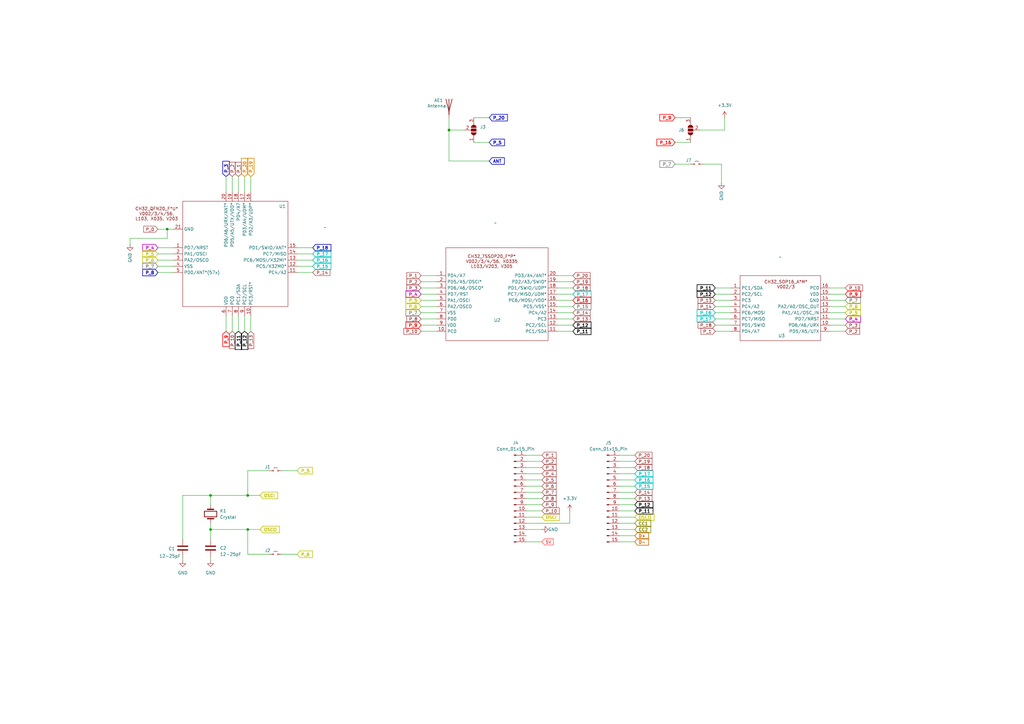
<source format=kicad_sch>
(kicad_sch (version 20250114) (generator "eeschema") (generator_version "9.0")
  (paper "A3")
  (lib_symbols
    (symbol "Connector:Conn_01x15_Pin" (pin_names (offset 1.016) (hide yes))
      (property "Reference" "J" (at 0 20.32 0))
      (property "Value" "Conn_01x15_Pin" (at 0 -20.32 0))
      (symbol "Conn_01x15_Pin_1_1"
        (rectangle (start 0.8636 17.907) (end 0 17.653) (stroke (width 0.1524)) (fill (type outline)))
        (rectangle (start 0.8636 15.367) (end 0 15.113) (stroke (width 0.1524)) (fill (type outline)))
        (rectangle (start 0.8636 12.827) (end 0 12.573) (stroke (width 0.1524)) (fill (type outline)))
        (rectangle (start 0.8636 10.287) (end 0 10.033) (stroke (width 0.1524)) (fill (type outline)))
        (rectangle (start 0.8636 7.747) (end 0 7.493) (stroke (width 0.1524)) (fill (type outline)))
        (rectangle (start 0.8636 5.207) (end 0 4.953) (stroke (width 0.1524)) (fill (type outline)))
        (rectangle (start 0.8636 2.667) (end 0 2.413) (stroke (width 0.1524)) (fill (type outline)))
        (rectangle (start 0.8636 0.127) (end 0 -0.127) (stroke (width 0.1524)) (fill (type outline)))
        (rectangle (start 0.8636 -2.413) (end 0 -2.667) (stroke (width 0.1524)) (fill (type outline)))
        (rectangle (start 0.8636 -4.953) (end 0 -5.207) (stroke (width 0.1524)) (fill (type outline)))
        (rectangle (start 0.8636 -7.493) (end 0 -7.747) (stroke (width 0.1524)) (fill (type outline)))
        (rectangle (start 0.8636 -10.033) (end 0 -10.287) (stroke (width 0.1524)) (fill (type outline)))
        (rectangle (start 0.8636 -12.573) (end 0 -12.827) (stroke (width 0.1524)) (fill (type outline)))
        (rectangle (start 0.8636 -15.113) (end 0 -15.367) (stroke (width 0.1524)) (fill (type outline)))
        (rectangle (start 0.8636 -17.653) (end 0 -17.907) (stroke (width 0.1524)) (fill (type outline)))
        (polyline (pts (xy 1.27 17.78) (xy 0.8636 17.78)) (stroke (width 0.1524)))
        (polyline (pts (xy 1.27 15.24) (xy 0.8636 15.24)) (stroke (width 0.1524)))
        (polyline (pts (xy 1.27 12.7) (xy 0.8636 12.7)) (stroke (width 0.1524)))
        (polyline (pts (xy 1.27 10.16) (xy 0.8636 10.16)) (stroke (width 0.1524)))
        (polyline (pts (xy 1.27 7.62) (xy 0.8636 7.62)) (stroke (width 0.1524)))
        (polyline (pts (xy 1.27 5.08) (xy 0.8636 5.08)) (stroke (width 0.1524)))
        (polyline (pts (xy 1.27 2.54) (xy 0.8636 2.54)) (stroke (width 0.1524)))
        (polyline (pts (xy 1.27 0) (xy 0.8636 0)) (stroke (width 0.1524)))
        (polyline (pts (xy 1.27 -2.54) (xy 0.8636 -2.54)) (stroke (width 0.1524)))
        (polyline (pts (xy 1.27 -5.08) (xy 0.8636 -5.08)) (stroke (width 0.1524)))
        (polyline (pts (xy 1.27 -7.62) (xy 0.8636 -7.62)) (stroke (width 0.1524)))
        (polyline (pts (xy 1.27 -10.16) (xy 0.8636 -10.16)) (stroke (width 0.1524)))
        (polyline (pts (xy 1.27 -12.7) (xy 0.8636 -12.7)) (stroke (width 0.1524)))
        (polyline (pts (xy 1.27 -15.24) (xy 0.8636 -15.24)) (stroke (width 0.1524)))
        (polyline (pts (xy 1.27 -17.78) (xy 0.8636 -17.78)) (stroke (width 0.1524)))
        (pin passive line (at 5.08 17.78 180) (length 3.81) (name "Pin_1") (number "1"))
        (pin passive line (at 5.08 15.24 180) (length 3.81) (name "Pin_2") (number "2"))
        (pin passive line (at 5.08 12.7 180) (length 3.81) (name "Pin_3") (number "3"))
        (pin passive line (at 5.08 10.16 180) (length 3.81) (name "Pin_4") (number "4"))
        (pin passive line (at 5.08 7.62 180) (length 3.81) (name "Pin_5") (number "5"))
        (pin passive line (at 5.08 5.08 180) (length 3.81) (name "Pin_6") (number "6"))
        (pin passive line (at 5.08 2.54 180) (length 3.81) (name "Pin_7") (number "7"))
        (pin passive line (at 5.08 0 180) (length 3.81) (name "Pin_8") (number "8"))
        (pin passive line (at 5.08 -2.54 180) (length 3.81) (name "Pin_9") (number "9"))
        (pin passive line (at 5.08 -5.08 180) (length 3.81) (name "Pin_10") (number "10"))
        (pin passive line (at 5.08 -7.62 180) (length 3.81) (name "Pin_11") (number "11"))
        (pin passive line (at 5.08 -10.16 180) (length 3.81) (name "Pin_12") (number "12"))
        (pin passive line (at 5.08 -12.7 180) (length 3.81) (name "Pin_13") (number "13"))
        (pin passive line (at 5.08 -15.24 180) (length 3.81) (name "Pin_14") (number "14"))
        (pin passive line (at 5.08 -17.78 180) (length 3.81) (name "Pin_15") (number "15"))
      )
    )
    (symbol "Device:Antenna" (pin_numbers (hide yes)) (pin_names (offset 1.016) (hide yes))
      (property "Reference" "AE" (at -1.905 1.905 0))
      (property "Value" "Antenna" (at -1.905 0 0))
      (symbol "Antenna_0_1"
        (polyline (pts (xy 0 2.54) (xy 0 -3.81)) (stroke (width 0.254)))
        (polyline (pts (xy 1.27 2.54) (xy 0 -2.54) (xy -1.27 2.54)) (stroke (width 0.254)))
      )
      (symbol "Antenna_1_1"
        (pin input line (at 0 -5.08 90) (length 2.54) (name "A") (number "1"))
      )
    )
    (symbol "Device:C" (pin_numbers (hide yes)) (pin_names (offset 0.254))
      (property "Reference" "C" (at 0.635 2.54 0))
      (property "Value" "C" (at 0.635 -2.54 0))
      (symbol "C_0_1"
        (polyline (pts (xy -2.032 0.762) (xy 2.032 0.762)) (stroke (width 0.508)))
        (polyline (pts (xy -2.032 -0.762) (xy 2.032 -0.762)) (stroke (width 0.508)))
      )
      (symbol "C_1_1"
        (pin passive line (at 0 3.81 270) (length 2.794) (name "~") (number "1"))
        (pin passive line (at 0 -3.81 90) (length 2.794) (name "~") (number "2"))
      )
    )
    (symbol "Device:Crystal" (pin_numbers (hide yes)) (pin_names (offset 1.016) (hide yes))
      (property "Reference" "Y" (at 0 3.81 0))
      (property "Value" "Crystal" (at 0 -3.81 0))
      (symbol "Crystal_0_1"
        (polyline (pts (xy -2.54 0) (xy -1.905 0)))
        (polyline (pts (xy -1.905 -1.27) (xy -1.905 1.27)) (stroke (width 0.508)))
        (rectangle (start -1.143 2.54) (end 1.143 -2.54) (stroke (width 0.3048)))
        (polyline (pts (xy 1.905 -1.27) (xy 1.905 1.27)) (stroke (width 0.508)))
        (polyline (pts (xy 2.54 0) (xy 1.905 0)))
      )
      (symbol "Crystal_1_1"
        (pin passive line (at -3.81 0 0) (length 1.27) (name "1") (number "1"))
        (pin passive line (at 3.81 0 180) (length 1.27) (name "2") (number "2"))
      )
    )
    (symbol "GND_1" (power) (pin_numbers (hide yes)) (pin_names (offset 0) (hide yes))
      (property "Value" "GND" (at 0 -3.81 0))
      (symbol "GND_1_0_1"
        (polyline (pts (xy 0 0) (xy 0 -1.27) (xy 1.27 -1.27) (xy 0 -2.54) (xy -1.27 -1.27) (xy 0 -1.27)))
      )
      (symbol "GND_1_1_1"
        (pin power_in line (at 0 0 270) (length 0) (name "~") (number "1"))
      )
    )
    (symbol "IOT-Mess:CH32_QFN20_F*U*"
      (property "Reference" "U" (at -1.524 -7.874 0))
      (symbol "CH32_QFN20_F*U*_0_1"
        (rectangle (start -22.86 21.5899) (end 20.32 -21.59))
      )
      (symbol "CH32_QFN20_F*U*_1_1"
        (text "CH32_QFN20_F*U*\nV002/3/4/56,\nL103, X035, V203\n" (at -33.528 16.51 0) (effects (font (size 1.27 1.27))))
        (pin input line (at -26.67 10.16 0) (length 3.81) (name "GND") (number "21"))
        (pin bidirectional line (at -26.67 2.54 0) (length 3.81) (name "PD7/NRST") (number "1"))
        (pin bidirectional line (at -26.67 0 0) (length 3.81) (name "PA1/OSCI") (number "2"))
        (pin bidirectional line (at -26.67 -2.54 0) (length 3.81) (name "PA2/OSCO") (number "3"))
        (pin bidirectional line (at -26.67 -5.08 0) (length 3.81) (name "VSS") (number "4"))
        (pin bidirectional line (at -26.67 -7.62 0) (length 3.81) (name "PD0/ANT*(57x)") (number "5"))
        (pin bidirectional line (at -5.08 25.4 270) (length 3.81) (name "PD6/A6/URX/ANT*") (number "20"))
        (pin bidirectional line (at -5.08 -25.4 90) (length 3.81) (name "VDD") (number "6"))
        (pin bidirectional line (at -2.54 25.4 270) (length 3.81) (name "PD5/A5/UTX/VDD*") (number "19"))
        (pin bidirectional line (at -2.54 -25.4 90) (length 3.81) (name "PC0") (number "7"))
        (pin bidirectional line (at 0 25.4 270) (length 3.81) (name "PD4/A7") (number "18"))
        (pin bidirectional line (at 0 -25.4 90) (length 3.81) (name "PC1/SDA") (number "8"))
        (pin bidirectional line (at 2.54 25.4 270) (length 3.81) (name "PD3/A4/UDM*") (number "17"))
        (pin bidirectional line (at 2.54 -25.4 90) (length 3.81) (name "PC2/SCL") (number "9"))
        (pin bidirectional line (at 5.08 25.4 270) (length 3.81) (name "PD2/A3/UDP*") (number "16"))
        (pin bidirectional line (at 5.08 -25.4 90) (length 3.81) (name "PC3/RST*") (number "10"))
        (pin bidirectional line (at 24.13 2.54 180) (length 3.81) (name "PD1/SWIO/ANT*") (number "15"))
        (pin bidirectional line (at 24.13 0 180) (length 3.81) (name "PC7/MISO") (number "14"))
        (pin bidirectional line (at 24.13 -2.54 180) (length 3.81) (name "PC6/MOSI/X32MI*") (number "13"))
        (pin bidirectional line (at 24.13 -5.08 180) (length 3.81) (name "PC5/X32MO*") (number "12"))
        (pin bidirectional line (at 24.13 -7.62 180) (length 3.81) (name "PC4/A2") (number "11"))
      )
    )
    (symbol "IOT-Mess:CH32_SOP16_A*M*"
      (property "Reference" "U" (at -0.254 -11.938 0))
      (symbol "CH32_SOP16_A*M*_0_1"
        (rectangle (start -16.51 12.6999) (end 16.51 -13.97))
      )
      (symbol "CH32_SOP16_A*M*_1_1"
        (text "CH32_SOP16_A*M*\nV002/3\n" (at 2.286 9.144 0) (effects (font (size 1.27 1.27))))
        (pin bidirectional line (at -20.32 7.62 0) (length 3.81) (name "PC1/SDA") (number "1"))
        (pin bidirectional line (at -20.32 5.08 0) (length 3.81) (name "PC2/SCL") (number "2"))
        (pin bidirectional line (at -20.32 2.54 0) (length 3.81) (name "PC3") (number "3"))
        (pin bidirectional line (at -20.32 0 0) (length 3.81) (name "PC4/A2") (number "4"))
        (pin bidirectional line (at -20.32 -2.54 0) (length 3.81) (name "PC6/MOSI") (number "5"))
        (pin bidirectional line (at -20.32 -5.08 0) (length 3.81) (name "PC7/MISO") (number "6"))
        (pin bidirectional line (at -20.32 -7.62 0) (length 3.81) (name "PD1/SWIO") (number "7"))
        (pin bidirectional line (at -20.32 -10.16 0) (length 3.81) (name "PD4/A7") (number "8"))
        (pin bidirectional line (at 20.32 7.62 180) (length 3.81) (name "PC0") (number "16"))
        (pin bidirectional line (at 20.32 5.08 180) (length 3.81) (name "VDD") (number "15"))
        (pin bidirectional line (at 20.32 2.54 180) (length 3.81) (name "GND") (number "14"))
        (pin bidirectional line (at 20.32 0 180) (length 3.81) (name "PA2/A0/OSC_OUT") (number "13"))
        (pin bidirectional line (at 20.32 -2.54 180) (length 3.81) (name "PA1/A1/OSC_IN") (number "12"))
        (pin bidirectional line (at 20.32 -5.08 180) (length 3.81) (name "PD7/NRST") (number "11"))
        (pin bidirectional line (at 20.32 -7.62 180) (length 3.81) (name "PD6/A6/URX") (number "10"))
        (pin bidirectional line (at 20.32 -10.16 180) (length 3.81) (name "PD5/A5/UTX") (number "9"))
      )
    )
    (symbol "IOT-Mess:CH32_TSSOP20_F*P*"
      (property "Reference" "U" (at 14.732 15.748 0))
      (symbol "CH32_TSSOP20_F*P*_0_1"
        (rectangle (start -20.32 19.0499) (end 21.59 -19.05))
      )
      (symbol "CH32_TSSOP20_F*P*_1_1"
        (text "CH32_TSSOP20_F*P*\nV002/3/4/56, X0335\nL103/V203, V305\n" (at -1.524 13.462 0) (effects (font (size 1.27 1.27))))
        (pin bidirectional line (at -24.13 7.62 0) (length 3.81) (name "PD4/A7") (number "1"))
        (pin bidirectional line (at -24.13 5.08 0) (length 3.81) (name "PD5/A5/OSCI*") (number "2"))
        (pin bidirectional line (at -24.13 2.54 0) (length 3.81) (name "PD6/A6/OSCO*") (number "3"))
        (pin bidirectional line (at -24.13 0 0) (length 3.81) (name "PD7/RST") (number "4"))
        (pin bidirectional line (at -24.13 -2.54 0) (length 3.81) (name "PA1/OSCI") (number "5"))
        (pin bidirectional line (at -24.13 -5.08 0) (length 3.81) (name "PA2/OSCO") (number "6"))
        (pin bidirectional line (at -24.13 -7.62 0) (length 3.81) (name "VSS") (number "7"))
        (pin bidirectional line (at -24.13 -10.16 0) (length 3.81) (name "PD0") (number "8"))
        (pin bidirectional line (at -24.13 -12.7 0) (length 3.81) (name "VDD") (number "9"))
        (pin bidirectional line (at -24.13 -15.24 0) (length 3.81) (name "PC0") (number "10"))
        (pin bidirectional line (at 25.4 7.62 180) (length 3.81) (name "PD3/A4/ANT*") (number "20"))
        (pin bidirectional line (at 25.4 5.08 180) (length 3.81) (name "PD2/A3/SWIO*") (number "19"))
        (pin bidirectional line (at 25.4 2.54 180) (length 3.81) (name "PD1/SWIO/UDP*") (number "18"))
        (pin bidirectional line (at 25.4 0 180) (length 3.81) (name "PC7/MISO/UDM*") (number "17"))
        (pin bidirectional line (at 25.4 -2.54 180) (length 3.81) (name "PC6/MOSI/VDD*") (number "16"))
        (pin bidirectional line (at 25.4 -5.08 180) (length 3.81) (name "PC5/VSS*") (number "15"))
        (pin bidirectional line (at 25.4 -7.62 180) (length 3.81) (name "PC4/A2") (number "14"))
        (pin bidirectional line (at 25.4 -10.16 180) (length 3.81) (name "PC3") (number "13"))
        (pin bidirectional line (at 25.4 -12.7 180) (length 3.81) (name "PC2/SCL") (number "12"))
        (pin bidirectional line (at 25.4 -15.24 180) (length 3.81) (name "PC1/SDA") (number "11"))
      )
    )
    (symbol "Jumper:Jumper_2_Small_Open" (pin_numbers (hide yes)) (pin_names (offset 0) (hide yes))
      (property "Reference" "JP" (at 0 2.794 0))
      (property "Value" "Jumper_2_Small_Open" (at 0 -2.286 0))
      (symbol "Jumper_2_Small_Open_0_0"
        (circle (center -1.016 0) (radius 0.254))
        (circle (center 1.016 0) (radius 0.254))
      )
      (symbol "Jumper_2_Small_Open_0_1"
        (arc (start -0.762 1.0196) (mid 0 1.2729) (end 0.762 1.0196))
      )
      (symbol "Jumper_2_Small_Open_1_1"
        (pin passive line (at -2.54 0 0) (length 1.27) (name "A") (number "1"))
        (pin passive line (at 2.54 0 180) (length 1.27) (name "B") (number "2"))
      )
    )
    (symbol "Jumper:SolderJumper_3_Open" (pin_names (offset 0) (hide yes)) (in_bom no)
      (property "Reference" "JP" (at -2.54 -2.54 0))
      (property "Value" "SolderJumper_3_Open" (at 0 2.794 0))
      (symbol "SolderJumper_3_Open_0_1"
        (polyline (pts (xy -2.54 0) (xy -2.032 0)))
        (polyline (pts (xy -1.016 1.016) (xy -1.016 -1.016)))
        (arc (start -1.016 -1.016) (mid -2.0276 0) (end -1.016 1.016))
        (arc (start -1.016 -1.016) (mid -2.0276 0) (end -1.016 1.016) (fill (type outline)))
        (rectangle (start -0.508 1.016) (end 0.508 -1.016) (fill (type outline)))
        (polyline (pts (xy 0 -1.27) (xy 0 -1.016)))
        (arc (start 1.016 1.016) (mid 2.0276 0) (end 1.016 -1.016))
        (arc (start 1.016 1.016) (mid 2.0276 0) (end 1.016 -1.016) (fill (type outline)))
        (polyline (pts (xy 1.016 1.016) (xy 1.016 -1.016)))
        (polyline (pts (xy 2.54 0) (xy 2.032 0)))
      )
      (symbol "SolderJumper_3_Open_1_1"
        (pin passive line (at -5.08 0 0) (length 2.54) (name "A") (number "1"))
        (pin passive line (at 0 -3.81 90) (length 2.54) (name "C") (number "2"))
        (pin passive line (at 5.08 0 180) (length 2.54) (name "B") (number "3"))
      )
    )
    (symbol "power:+3.3V" (power) (pin_numbers (hide yes)) (pin_names (offset 0) (hide yes))
      (property "Value" "+3.3V" (at 0 3.556 0))
      (symbol "+3.3V_0_1"
        (polyline (pts (xy -0.762 1.27) (xy 0 2.54)))
        (polyline (pts (xy 0 2.54) (xy 0.762 1.27)))
        (polyline (pts (xy 0 0) (xy 0 2.54)))
      )
      (symbol "+3.3V_1_1"
        (pin power_in line (at 0 0 90) (length 0) (name "~") (number "1"))
      )
    )
  )
  (junction (at 101.6 217.17))
  (junction (at 101.6 203.2))
  (junction (at 68.58 93.98))
  (junction (at 86.36 203.2))
  (junction (at 86.36 217.17))
  (junction (at 184.15 53.34))
  (wire (pts (xy 71.12 106.68) (xy 64.77 106.68)))
  (wire (pts (xy 100.33 78.74) (xy 100.33 72.39)))
  (wire (pts (xy 287.02 53.34) (xy 297.18 53.34)))
  (wire (pts (xy 228.6 123.19) (xy 234.95 123.19)))
  (wire (pts (xy 340.36 135.89) (xy 346.71 135.89)))
  (wire (pts (xy 184.15 66.04) (xy 200.66 66.04)))
  (wire (pts (xy 228.6 115.57) (xy 234.95 115.57)))
  (wire (pts (xy 222.25 217.17) (xy 215.9 217.17)))
  (wire (pts (xy 222.25 201.93) (xy 215.9 201.93)))
  (wire (pts (xy 299.72 135.89) (xy 293.37 135.89)))
  (wire (pts (xy 53.34 97.79) (xy 53.34 100.33)))
  (wire (pts (xy 260.35 191.77) (xy 254 191.77)))
  (wire (pts (xy 121.92 101.6) (xy 128.27 101.6)))
  (wire (pts (xy 228.6 125.73) (xy 234.95 125.73)))
  (wire (pts (xy 228.6 133.35) (xy 234.95 133.35)))
  (wire (pts (xy 64.77 93.98) (xy 68.58 93.98)))
  (wire (pts (xy 95.25 135.89) (xy 95.25 129.54)))
  (wire (pts (xy 340.36 128.27) (xy 346.71 128.27)))
  (wire (pts (xy 86.36 214.63) (xy 86.36 217.17)))
  (wire (pts (xy 184.15 66.04) (xy 184.15 53.34)))
  (wire (pts (xy 97.79 78.74) (xy 97.79 72.39)))
  (wire (pts (xy 228.6 118.11) (xy 234.95 118.11)))
  (wire (pts (xy 299.72 133.35) (xy 293.37 133.35)))
  (wire (pts (xy 228.6 130.81) (xy 234.95 130.81)))
  (wire (pts (xy 222.25 222.25) (xy 215.9 222.25)))
  (wire (pts (xy 293.37 118.11) (xy 299.72 118.11)))
  (wire (pts (xy 179.07 115.57) (xy 172.72 115.57)))
  (wire (pts (xy 299.72 125.73) (xy 293.37 125.73)))
  (wire (pts (xy 172.72 133.35) (xy 179.07 133.35)))
  (wire (pts (xy 86.36 203.2) (xy 86.36 207.01)))
  (wire (pts (xy 121.92 106.68) (xy 128.27 106.68)))
  (wire (pts (xy 293.37 130.81) (xy 299.72 130.81)))
  (wire (pts (xy 254 212.09) (xy 260.35 212.09)))
  (wire (pts (xy 102.87 78.74) (xy 102.87 72.39)))
  (wire (pts (xy 86.36 217.17) (xy 101.6 217.17)))
  (wire (pts (xy 260.35 189.23) (xy 254 189.23)))
  (wire (pts (xy 194.31 48.26) (xy 200.66 48.26)))
  (wire (pts (xy 340.36 125.73) (xy 346.71 125.73)))
  (wire (pts (xy 100.33 135.89) (xy 100.33 129.54)))
  (wire (pts (xy 260.35 194.31) (xy 254 194.31)))
  (wire (pts (xy 121.92 104.14) (xy 128.27 104.14)))
  (wire (pts (xy 295.91 67.31) (xy 295.91 74.93)))
  (wire (pts (xy 184.15 53.34) (xy 190.5 53.34)))
  (wire (pts (xy 254 217.17) (xy 260.35 217.17)))
  (wire (pts (xy 179.07 120.65) (xy 172.72 120.65)))
  (wire (pts (xy 222.25 207.01) (xy 215.9 207.01)))
  (wire (pts (xy 179.07 123.19) (xy 172.72 123.19)))
  (wire (pts (xy 299.72 120.65) (xy 293.37 120.65)))
  (wire (pts (xy 228.6 120.65) (xy 234.95 120.65)))
  (wire (pts (xy 110.49 227.33) (xy 101.6 227.33)))
  (wire (pts (xy 260.35 196.85) (xy 254 196.85)))
  (wire (pts (xy 260.35 186.69) (xy 254 186.69)))
  (wire (pts (xy 86.36 228.6) (xy 86.36 229.87)))
  (wire (pts (xy 194.31 58.42) (xy 200.66 58.42)))
  (wire (pts (xy 260.35 199.39) (xy 254 199.39)))
  (wire (pts (xy 179.07 130.81) (xy 172.72 130.81)))
  (wire (pts (xy 179.07 113.03) (xy 172.72 113.03)))
  (wire (pts (xy 254 222.25) (xy 260.35 222.25)))
  (wire (pts (xy 179.07 128.27) (xy 172.72 128.27)))
  (wire (pts (xy 222.25 189.23) (xy 215.9 189.23)))
  (wire (pts (xy 260.35 209.55) (xy 254 209.55)))
  (wire (pts (xy 86.36 203.2) (xy 101.6 203.2)))
  (wire (pts (xy 340.36 123.19) (xy 346.71 123.19)))
  (wire (pts (xy 222.25 199.39) (xy 215.9 199.39)))
  (wire (pts (xy 95.25 72.39) (xy 95.25 78.74)))
  (wire (pts (xy 299.72 123.19) (xy 293.37 123.19)))
  (wire (pts (xy 215.9 214.63) (xy 233.68 214.63)))
  (wire (pts (xy 276.86 58.42) (xy 283.21 58.42)))
  (wire (pts (xy 179.07 118.11) (xy 172.72 118.11)))
  (wire (pts (xy 215.9 212.09) (xy 222.25 212.09)))
  (wire (pts (xy 97.79 135.89) (xy 97.79 129.54)))
  (wire (pts (xy 74.93 220.98) (xy 74.93 203.2)))
  (wire (pts (xy 222.25 209.55) (xy 215.9 209.55)))
  (wire (pts (xy 179.07 125.73) (xy 172.72 125.73)))
  (wire (pts (xy 222.25 186.69) (xy 215.9 186.69)))
  (wire (pts (xy 179.07 135.89) (xy 172.72 135.89)))
  (wire (pts (xy 233.68 209.55) (xy 233.68 214.63)))
  (wire (pts (xy 340.36 133.35) (xy 346.71 133.35)))
  (wire (pts (xy 340.36 118.11) (xy 346.71 118.11)))
  (wire (pts (xy 260.35 207.01) (xy 254 207.01)))
  (wire (pts (xy 101.6 227.33) (xy 101.6 217.17)))
  (wire (pts (xy 299.72 128.27) (xy 293.37 128.27)))
  (wire (pts (xy 92.71 135.89) (xy 92.71 129.54)))
  (wire (pts (xy 254 219.71) (xy 260.35 219.71)))
  (wire (pts (xy 222.25 196.85) (xy 215.9 196.85)))
  (wire (pts (xy 71.12 111.76) (xy 64.77 111.76)))
  (wire (pts (xy 110.49 193.04) (xy 101.6 193.04)))
  (wire (pts (xy 340.36 120.65) (xy 346.71 120.65)))
  (wire (pts (xy 53.34 97.79) (xy 68.58 97.79)))
  (wire (pts (xy 92.71 78.74) (xy 92.71 72.39)))
  (wire (pts (xy 102.87 135.89) (xy 102.87 129.54)))
  (wire (pts (xy 340.36 130.81) (xy 346.71 130.81)))
  (wire (pts (xy 184.15 53.34) (xy 184.15 48.26)))
  (wire (pts (xy 254 214.63) (xy 260.35 214.63)))
  (wire (pts (xy 228.6 128.27) (xy 234.95 128.27)))
  (wire (pts (xy 297.18 48.26) (xy 297.18 53.34)))
  (wire (pts (xy 86.36 217.17) (xy 86.36 220.98)))
  (wire (pts (xy 222.25 204.47) (xy 215.9 204.47)))
  (wire (pts (xy 288.29 67.31) (xy 295.91 67.31)))
  (wire (pts (xy 101.6 203.2) (xy 106.68 203.2)))
  (wire (pts (xy 260.35 201.93) (xy 254 201.93)))
  (wire (pts (xy 74.93 228.6) (xy 74.93 229.87)))
  (wire (pts (xy 71.12 109.22) (xy 64.77 109.22)))
  (wire (pts (xy 71.12 101.6) (xy 64.77 101.6)))
  (wire (pts (xy 228.6 135.89) (xy 234.95 135.89)))
  (wire (pts (xy 101.6 193.04) (xy 101.6 203.2)))
  (wire (pts (xy 115.57 227.33) (xy 121.92 227.33)))
  (wire (pts (xy 260.35 204.47) (xy 254 204.47)))
  (wire (pts (xy 68.58 93.98) (xy 71.12 93.98)))
  (wire (pts (xy 222.25 194.31) (xy 215.9 194.31)))
  (wire (pts (xy 121.92 109.22) (xy 128.27 109.22)))
  (wire (pts (xy 101.6 217.17) (xy 106.68 217.17)))
  (wire (pts (xy 276.86 48.26) (xy 283.21 48.26)))
  (wire (pts (xy 71.12 104.14) (xy 64.77 104.14)))
  (wire (pts (xy 222.25 191.77) (xy 215.9 191.77)))
  (wire (pts (xy 228.6 113.03) (xy 234.95 113.03)))
  (wire (pts (xy 121.92 111.76) (xy 128.27 111.76)))
  (wire (pts (xy 74.93 203.2) (xy 86.36 203.2)))
  (wire (pts (xy 276.86 67.31) (xy 283.21 67.31)))
  (wire (pts (xy 68.58 97.79) (xy 68.58 93.98)))
  (wire (pts (xy 115.57 193.04) (xy 121.92 193.04)))
  (global_label "ANT" (shape input) (at 200.66 66.04 0) (effects (font (thickness 0.254) (bold yes))) (property "Intersheetrefs" "${INTERSHEET_REFS}" (effects (hide yes))))
  (global_label "P_0" (shape input) (at 64.77 93.98 180) (property "Intersheetrefs" "${INTERSHEET_REFS}" (effects (hide yes))))
  (global_label "P_16" (shape input) (at 128.27 106.68 0) (effects (font (thickness 0.254) (bold yes))) (property "Intersheetrefs" "${INTERSHEET_REFS}" (effects (hide yes))))
  (global_label "P_4" (shape input) (at 64.77 101.6 180) (effects (font (thickness 0.254) (bold yes))) (property "Intersheetrefs" "${INTERSHEET_REFS}" (effects (hide yes))))
  (global_label "P_1" (shape input) (at 222.25 186.69 0) (property "Intersheetrefs" "${INTERSHEET_REFS}" (effects (hide yes))))
  (global_label "P_16" (shape input) (at 260.35 196.85 0) (effects (font (thickness 0.254) (bold yes))) (property "Intersheetrefs" "${INTERSHEET_REFS}" (effects (hide yes))))
  (global_label "P_4" (shape input) (at 172.72 120.65 180) (effects (font (thickness 0.254) (bold yes))) (property "Intersheetrefs" "${INTERSHEET_REFS}" (effects (hide yes))))
  (global_label "P_20" (shape input) (at 260.35 186.69 0) (property "Intersheetrefs" "${INTERSHEET_REFS}" (effects (hide yes))))
  (global_label "P_16" (shape input) (at 234.95 123.19 0) (effects (font (thickness 0.254) (bold yes))) (property "Intersheetrefs" "${INTERSHEET_REFS}" (effects (hide yes))))
  (global_label "P_13" (shape input) (at 102.87 135.89 270) (effects (font (thickness 0.1588))) (property "Intersheetrefs" "${INTERSHEET_REFS}" (effects (hide yes))))
  (global_label "P_10" (shape input) (at 222.25 209.55 0) (property "Intersheetrefs" "${INTERSHEET_REFS}" (effects (hide yes))))
  (global_label "OSCO" (shape input) (at 260.35 212.09 0) (effects (font (thickness 0.254) (bold yes))) (property "Intersheetrefs" "${INTERSHEET_REFS}" (effects (hide yes))))
  (global_label "OSCI" (shape input) (at 222.25 212.09 0) (effects (font (thickness 0.254) (bold yes))) (property "Intersheetrefs" "${INTERSHEET_REFS}" (effects (hide yes))))
  (global_label "P_2" (shape input) (at 172.72 115.57 180) (effects (font (thickness 0.1588))) (property "Intersheetrefs" "${INTERSHEET_REFS}" (effects (hide yes))))
  (global_label "P_11" (shape input) (at 260.35 209.55 0) (effects (font (thickness 0.254) (bold yes))) (property "Intersheetrefs" "${INTERSHEET_REFS}" (effects (hide yes))))
  (global_label "P_17" (shape input) (at 293.37 130.81 180) (effects (font (thickness 0.254) (bold yes))) (property "Intersheetrefs" "${INTERSHEET_REFS}" (effects (hide yes))))
  (global_label "P_12" (shape input) (at 293.37 120.65 180) (effects (font (thickness 0.254) (bold yes))) (property "Intersheetrefs" "${INTERSHEET_REFS}" (effects (hide yes))))
  (global_label "P_6" (shape input) (at 172.72 125.73 180) (effects (font (thickness 0.254) (bold yes))) (property "Intersheetrefs" "${INTERSHEET_REFS}" (effects (hide yes))))
  (global_label "P_6" (shape input) (at 64.77 106.68 180) (effects (font (thickness 0.254) (bold yes))) (property "Intersheetrefs" "${INTERSHEET_REFS}" (effects (hide yes))))
  (global_label "P_19" (shape input) (at 260.35 189.23 0) (effects (font (thickness 0.1588))) (property "Intersheetrefs" "${INTERSHEET_REFS}" (effects (hide yes))))
  (global_label "P_9" (shape input) (at 346.71 120.65 0) (effects (font (thickness 0.254) (bold yes))) (property "Intersheetrefs" "${INTERSHEET_REFS}" (effects (hide yes))))
  (global_label "P_8" (shape input) (at 64.77 111.76 180) (effects (font (thickness 0.254) (bold yes))) (property "Intersheetrefs" "${INTERSHEET_REFS}" (effects (hide yes))))
  (global_label "P_7" (shape input) (at 172.72 128.27 180) (effects (font (thickness 0.254) (bold yes))) (property "Intersheetrefs" "${INTERSHEET_REFS}" (effects (hide yes))))
  (global_label "P_11" (shape input) (at 234.95 135.89 0) (effects (font (thickness 0.254) (bold yes))) (property "Intersheetrefs" "${INTERSHEET_REFS}" (effects (hide yes))))
  (global_label "P_2" (shape input) (at 222.25 189.23 0) (property "Intersheetrefs" "${INTERSHEET_REFS}" (effects (hide yes))))
  (global_label "P_6" (shape input) (at 121.92 227.33 0) (effects (font (thickness 0.254) (bold yes))) (property "Intersheetrefs" "${INTERSHEET_REFS}" (effects (hide yes))))
  (global_label "P_16" (shape input) (at 276.86 58.42 180) (effects (font (thickness 0.254) (bold yes))) (property "Intersheetrefs" "${INTERSHEET_REFS}" (effects (hide yes))))
  (global_label "P_6" (shape input) (at 222.25 199.39 0) (property "Intersheetrefs" "${INTERSHEET_REFS}" (effects (hide yes))))
  (global_label "P_5" (shape input) (at 222.25 196.85 0) (property "Intersheetrefs" "${INTERSHEET_REFS}" (effects (hide yes))))
  (global_label "P_9" (shape input) (at 276.86 48.26 180) (effects (font (thickness 0.254) (bold yes))) (property "Intersheetrefs" "${INTERSHEET_REFS}" (effects (hide yes))))
  (global_label "CC2" (shape input) (at 260.35 217.17 0) (effects (font (thickness 0.254) (bold yes))) (property "Intersheetrefs" "${INTERSHEET_REFS}" (effects (hide yes))))
  (global_label "P_10" (shape input) (at 346.71 118.11 0) (effects (font (thickness 0.1588))) (property "Intersheetrefs" "${INTERSHEET_REFS}" (effects (hide yes))))
  (global_label "P_11" (shape input) (at 293.37 118.11 180) (effects (font (thickness 0.254) (bold yes))) (property "Intersheetrefs" "${INTERSHEET_REFS}" (effects (hide yes))))
  (global_label "P_18" (shape input) (at 260.35 191.77 0) (property "Intersheetrefs" "${INTERSHEET_REFS}" (effects (hide yes))))
  (global_label "OSCI" (shape input) (at 106.68 203.2 0) (effects (font (thickness 0.254) (bold yes))) (property "Intersheetrefs" "${INTERSHEET_REFS}" (effects (hide yes))))
  (global_label "P_14" (shape input) (at 293.37 125.73 180) (effects (font (thickness 0.1588))) (property "Intersheetrefs" "${INTERSHEET_REFS}" (effects (hide yes))))
  (global_label "P_14" (shape input) (at 234.95 128.27 0) (effects (font (thickness 0.1588))) (property "Intersheetrefs" "${INTERSHEET_REFS}" (effects (hide yes))))
  (global_label "D+" (shape input) (at 260.35 219.71 0) (effects (font (thickness 0.254) (bold yes))) (property "Intersheetrefs" "${INTERSHEET_REFS}" (effects (hide yes))))
  (global_label "P_20" (shape input) (at 234.95 113.03 0) (effects (font (thickness 0.1588))) (property "Intersheetrefs" "${INTERSHEET_REFS}" (effects (hide yes))))
  (global_label "P_15" (shape input) (at 234.95 125.73 0) (effects (font (thickness 0.254) (bold yes))) (property "Intersheetrefs" "${INTERSHEET_REFS}" (effects (hide yes))))
  (global_label "P_13" (shape input) (at 234.95 130.81 0) (effects (font (thickness 0.1588))) (property "Intersheetrefs" "${INTERSHEET_REFS}" (effects (hide yes))))
  (global_label "P_10" (shape input) (at 172.72 135.89 180) (effects (font (thickness 0.1588))) (property "Intersheetrefs" "${INTERSHEET_REFS}" (effects (hide yes))))
  (global_label "P_3" (shape input) (at 172.72 118.11 180) (effects (font (thickness 0.1588))) (property "Intersheetrefs" "${INTERSHEET_REFS}" (effects (hide yes))))
  (global_label "P_8" (shape input) (at 222.25 204.47 0) (property "Intersheetrefs" "${INTERSHEET_REFS}" (effects (hide yes))))
  (global_label "P_13" (shape input) (at 260.35 204.47 0) (property "Intersheetrefs" "${INTERSHEET_REFS}" (effects (hide yes))))
  (global_label "P_5" (shape input) (at 121.92 193.04 0) (effects (font (thickness 0.254) (bold yes))) (property "Intersheetrefs" "${INTERSHEET_REFS}" (effects (hide yes))))
  (global_label "P_12" (shape input) (at 260.35 207.01 0) (effects (font (thickness 0.254) (bold yes))) (property "Intersheetrefs" "${INTERSHEET_REFS}" (effects (hide yes))))
  (global_label "P_20" (shape input) (at 200.66 48.26 0) (effects (font (thickness 0.254) (bold yes))) (property "Intersheetrefs" "${INTERSHEET_REFS}" (effects (hide yes))))
  (global_label "P_5" (shape input) (at 200.66 58.42 0) (effects (font (thickness 0.254) (bold yes))) (property "Intersheetrefs" "${INTERSHEET_REFS}" (effects (hide yes))))
  (global_label "P_4" (shape input) (at 346.71 130.81 0) (effects (font (thickness 0.254) (bold yes))) (property "Intersheetrefs" "${INTERSHEET_REFS}" (effects (hide yes))))
  (global_label "P_13" (shape input) (at 293.37 123.19 180) (effects (font (thickness 0.1588))) (property "Intersheetrefs" "${INTERSHEET_REFS}" (effects (hide yes))))
  (global_label "P_17" (shape input) (at 234.95 120.65 0) (effects (font (thickness 0.254) (bold yes))) (property "Intersheetrefs" "${INTERSHEET_REFS}" (effects (hide yes))))
  (global_label "P_1" (shape input) (at 97.79 72.39 90) (effects (font (thickness 0.1588))) (property "Intersheetrefs" "${INTERSHEET_REFS}" (effects (hide yes))))
  (global_label "P_17" (shape input) (at 260.35 194.31 0) (effects (font (thickness 0.254) (bold yes))) (property "Intersheetrefs" "${INTERSHEET_REFS}" (effects (hide yes))))
  (global_label "P_8" (shape input) (at 172.72 130.81 180) (effects (font (thickness 0.1588))) (property "Intersheetrefs" "${INTERSHEET_REFS}" (effects (hide yes))))
  (global_label "P_19" (shape input) (at 102.87 72.39 90) (effects (font (thickness 0.254) (bold yes))) (property "Intersheetrefs" "${INTERSHEET_REFS}" (effects (hide yes))))
  (global_label "P_15" (shape input) (at 260.35 199.39 0) (effects (font (thickness 0.254) (bold yes))) (property "Intersheetrefs" "${INTERSHEET_REFS}" (effects (hide yes))))
  (global_label "P_12" (shape input) (at 234.95 133.35 0) (effects (font (thickness 0.254) (bold yes))) (property "Intersheetrefs" "${INTERSHEET_REFS}" (effects (hide yes))))
  (global_label "P_1" (shape input) (at 172.72 113.03 180) (effects (font (thickness 0.1588))) (property "Intersheetrefs" "${INTERSHEET_REFS}" (effects (hide yes))))
  (global_label "P_1" (shape input) (at 293.37 135.89 180) (effects (font (thickness 0.1588))) (property "Intersheetrefs" "${INTERSHEET_REFS}" (effects (hide yes))))
  (global_label "P_5" (shape input) (at 172.72 123.19 180) (effects (font (thickness 0.254) (bold yes))) (property "Intersheetrefs" "${INTERSHEET_REFS}" (effects (hide yes))))
  (global_label "P_15" (shape input) (at 128.27 109.22 0) (effects (font (thickness 0.254) (bold yes))) (property "Intersheetrefs" "${INTERSHEET_REFS}" (effects (hide yes))))
  (global_label "P_18" (shape input) (at 128.27 101.6 0) (effects (font (thickness 0.254) (bold yes))) (property "Intersheetrefs" "${INTERSHEET_REFS}" (effects (hide yes))))
  (global_label "P_18" (shape input) (at 293.37 133.35 180) (effects (font (thickness 0.1588))) (property "Intersheetrefs" "${INTERSHEET_REFS}" (effects (hide yes))))
  (global_label "P_3" (shape input) (at 92.71 72.39 90) (effects (font (thickness 0.254) (bold yes))) (property "Intersheetrefs" "${INTERSHEET_REFS}" (effects (hide yes))))
  (global_label "P_5" (shape input) (at 346.71 128.27 0) (effects (font (thickness 0.254) (bold yes))) (property "Intersheetrefs" "${INTERSHEET_REFS}" (effects (hide yes))))
  (global_label "P_9" (shape input) (at 172.72 133.35 180) (effects (font (thickness 0.254) (bold yes))) (property "Intersheetrefs" "${INTERSHEET_REFS}" (effects (hide yes))))
  (global_label "CC1" (shape input) (at 260.35 214.63 0) (effects (font (thickness 0.254) (bold yes))) (property "Intersheetrefs" "${INTERSHEET_REFS}" (effects (hide yes))))
  (global_label "P_2" (shape input) (at 95.25 72.39 90) (effects (font (thickness 0.1588))) (property "Intersheetrefs" "${INTERSHEET_REFS}" (effects (hide yes))))
  (global_label "P_14" (shape input) (at 128.27 111.76 0) (effects (font (thickness 0.1588))) (property "Intersheetrefs" "${INTERSHEET_REFS}" (effects (hide yes))))
  (global_label "P_9" (shape input) (at 222.25 207.01 0) (property "Intersheetrefs" "${INTERSHEET_REFS}" (effects (hide yes))))
  (global_label "P_7" (shape input) (at 222.25 201.93 0) (property "Intersheetrefs" "${INTERSHEET_REFS}" (effects (hide yes))))
  (global_label "P_11" (shape input) (at 97.79 135.89 270) (effects (font (thickness 0.254) (bold yes))) (property "Intersheetrefs" "${INTERSHEET_REFS}" (effects (hide yes))))
  (global_label "P_9" (shape input) (at 92.71 135.89 270) (effects (font (thickness 0.254) (bold yes))) (property "Intersheetrefs" "${INTERSHEET_REFS}" (effects (hide yes))))
  (global_label "P_5" (shape input) (at 64.77 104.14 180) (effects (font (thickness 0.254) (bold yes))) (property "Intersheetrefs" "${INTERSHEET_REFS}" (effects (hide yes))))
  (global_label "P_12" (shape input) (at 100.33 135.89 270) (effects (font (thickness 0.254) (bold yes))) (property "Intersheetrefs" "${INTERSHEET_REFS}" (effects (hide yes))))
  (global_label "P_7" (shape input) (at 346.71 123.19 0) (effects (font (thickness 0.254) (bold yes))) (property "Intersheetrefs" "${INTERSHEET_REFS}" (effects (hide yes))))
  (global_label "P_7" (shape input) (at 64.77 109.22 180) (effects (font (thickness 0.254) (bold yes))) (property "Intersheetrefs" "${INTERSHEET_REFS}" (effects (hide yes))))
  (global_label "P_20" (shape input) (at 100.33 72.39 90) (effects (font (thickness 0.254) (bold yes))) (property "Intersheetrefs" "${INTERSHEET_REFS}" (effects (hide yes))))
  (global_label "P_6" (shape input) (at 346.71 125.73 0) (effects (font (thickness 0.254) (bold yes))) (property "Intersheetrefs" "${INTERSHEET_REFS}" (effects (hide yes))))
  (global_label "P_3" (shape input) (at 346.71 133.35 0) (effects (font (thickness 0.1588))) (property "Intersheetrefs" "${INTERSHEET_REFS}" (effects (hide yes))))
  (global_label "P_16" (shape input) (at 293.37 128.27 180) (effects (font (thickness 0.254) (bold yes))) (property "Intersheetrefs" "${INTERSHEET_REFS}" (effects (hide yes))))
  (global_label "D-" (shape input) (at 260.35 222.25 0) (effects (font (thickness 0.254) (bold yes))) (property "Intersheetrefs" "${INTERSHEET_REFS}" (effects (hide yes))))
  (global_label "OSCO" (shape input) (at 106.68 217.17 0) (effects (font (thickness 0.254) (bold yes))) (property "Intersheetrefs" "${INTERSHEET_REFS}" (effects (hide yes))))
  (global_label "P_18" (shape input) (at 234.95 118.11 0) (effects (font (thickness 0.1588))) (property "Intersheetrefs" "${INTERSHEET_REFS}" (effects (hide yes))))
  (global_label "P_7" (shape input) (at 276.86 67.31 180) (effects (font (thickness 0.254) (bold yes))) (property "Intersheetrefs" "${INTERSHEET_REFS}" (effects (hide yes))))
  (global_label "P_14" (shape input) (at 260.35 201.93 0) (property "Intersheetrefs" "${INTERSHEET_REFS}" (effects (hide yes))))
  (global_label "P_10" (shape input) (at 95.25 135.89 270) (effects (font (thickness 0.1588))) (property "Intersheetrefs" "${INTERSHEET_REFS}" (effects (hide yes))))
  (global_label "P_19" (shape input) (at 234.95 115.57 0) (effects (font (thickness 0.1588))) (property "Intersheetrefs" "${INTERSHEET_REFS}" (effects (hide yes))))
  (global_label "5V" (shape input) (at 222.25 222.25 0) (property "Intersheetrefs" "${INTERSHEET_REFS}" (effects (hide yes))))
  (global_label "P_4" (shape input) (at 222.25 194.31 0) (property "Intersheetrefs" "${INTERSHEET_REFS}" (effects (hide yes))))
  (global_label "P_2" (shape input) (at 346.71 135.89 0) (effects (font (thickness 0.1588))) (property "Intersheetrefs" "${INTERSHEET_REFS}" (effects (hide yes))))
  (global_label "P_17" (shape input) (at 128.27 104.14 0) (effects (font (thickness 0.254) (bold yes))) (property "Intersheetrefs" "${INTERSHEET_REFS}" (effects (hide yes))))
  (global_label "P_3" (shape input) (at 222.25 191.77 0) (property "Intersheetrefs" "${INTERSHEET_REFS}" (effects (hide yes))))
  (symbol (lib_id "Device:Antenna") (at 184.15 43.18 0) (unit 1)
    (property "Reference" "AE1" (at 178.054 41.148 0) (effects (justify left)))
    (property "Value" "Antenna" (at 175.26 43.434 0) (effects (justify left)))
    (property "Footprint" "RF_Antenna:Texas_SWRA117D_2.4GHz_Right" (effects (hide yes)))
    (property "Description" "Antenna" (effects (hide yes)))
  )
  (symbol (lib_id "Jumper:Jumper_2_Small_Open") (at 285.75 67.31 0) (unit 1)
    (property "Reference" "J7" (at 282.448 65.786 0))
    (property "Value" "Jumper_2" (effects (hide yes)))
    (property "Footprint" "IOT-Mess-Footprints:Jumpper-triangle" (effects (hide yes)))
    (property "Description" "Jumper, 2-pole, small symbol, open" (effects (hide yes)))
  )
  (symbol (lib_id "Jumper:SolderJumper_3_Open") (at 283.21 53.34 90) (unit 1) (in_bom no)
    (property "Reference" "J6" (at 280.67 53.3399 90) (effects (justify left)))
    (property "Value" "Jumper" (effects (hide yes)))
    (property "Footprint" "IOT-Mess-Footprints:Jumper-3_P1.3mm_Open_RoundedPad1.0x1.5mm" (effects (hide yes)))
    (property "Description" "Solder Jumper, 3-pole, open" (effects (hide yes)))
  )
  (symbol (lib_id "Jumper:Jumper_2_Small_Open") (at 113.03 227.33 0) (unit 1)
    (property "Reference" "J2" (at 109.728 225.806 0))
    (property "Value" "Jumper_2" (effects (hide yes)))
    (property "Footprint" "IOT-Mess-Footprints:Jumpper-triangle" (effects (hide yes)))
    (property "Description" "Jumper, 2-pole, small symbol, open" (effects (hide yes)))
  )
  (symbol (lib_id "Connector:Conn_01x15_Pin") (at 210.82 204.47 0) (unit 1)
    (property "Reference" "J4" (at 211.455 181.61 0))
    (property "Value" "Conn_01x15_Pin" (at 211.455 184.15 0))
    (property "Footprint" "Connector_PinHeader_2.54mm:PinHeader_1x15_P2.54mm_Vertical" (effects (hide yes)))
    (property "Description" "Generic connector, single row, 01x15, script generated" (effects (hide yes)))
  )
  (symbol (lib_name "GND_1") (lib_id "power:GND") (at 86.36 229.87 0) (unit 1)
    (property "Reference" "#PWR03" (effects (hide yes)))
    (property "Value" "GND" (at 86.36 234.95 0))
    (property "Description" "Power symbol creates a global label with name \"GND\" , ground" (effects (hide yes)))
  )
  (symbol (lib_id "IOT-Mess:CH32_SOP16_A*M*") (at 320.04 125.73 0) (unit 1)
    (property "Reference" "U3" (at 320.548 137.668 0))
    (property "Value" "~" (at 320.04 105.41 0))
    (property "Footprint" "Package_SO:SOP-16_3.9x9.9mm_P1.27mm" (effects (hide yes)))
  )
  (symbol (lib_id "Device:Crystal") (at 86.36 210.82 270) (unit 1)
    (property "Reference" "K1" (at 90.17 209.5499 90) (effects (justify left)))
    (property "Value" "Crystal" (at 90.17 212.0899 90) (effects (justify left)))
    (property "Footprint" "Crystal:Crystal_SMD_3225-4Pin_3.2x2.5mm" (effects (hide yes)))
    (property "Description" "Two pin crystal" (effects (hide yes)))
  )
  (symbol (lib_id "IOT-Mess:CH32_TSSOP20_F*P*") (at 203.2 120.65 0) (unit 1)
    (property "Reference" "U2" (at 203.962 131.318 0))
    (property "Value" "~" (at 203.2 91.44 0))
    (property "Footprint" "Package_SO:TSSOP-20_4.4x6.5mm_P0.65mm" (effects (hide yes)))
  )
  (symbol (lib_id "Connector:Conn_01x15_Pin") (at 248.92 204.47 0) (unit 1)
    (property "Reference" "J5" (at 249.555 181.61 0))
    (property "Value" "Conn_01x15_Pin" (at 249.555 184.15 0))
    (property "Footprint" "Connector_PinHeader_2.54mm:PinHeader_1x15_P2.54mm_Vertical" (effects (hide yes)))
    (property "Description" "Generic connector, single row, 01x15, script generated" (effects (hide yes)))
  )
  (symbol (lib_id "Jumper:SolderJumper_3_Open") (at 194.31 53.34 270) (mirror x) (unit 1) (in_bom no)
    (property "Reference" "J3" (at 196.85 52.0699 90) (effects (justify left)))
    (property "Value" "Jumper" (effects (hide yes)))
    (property "Footprint" "IOT-Mess-Footprints:Jumper-3_P1.3mm_Open_RoundedPad1.0x1.5mm" (effects (hide yes)))
    (property "Description" "Solder Jumper, 3-pole, open" (effects (hide yes)))
  )
  (symbol (lib_id "power:+3.3V") (at 297.18 48.26 0) (unit 1)
    (property "Reference" "#PWR07" (effects (hide yes)))
    (property "Value" "+3.3V" (at 297.18 43.18 0))
    (property "Description" "Power symbol creates a global label with name \"+3.3V\"" (effects (hide yes)))
  )
  (symbol (lib_name "GND_1") (lib_id "power:GND") (at 53.34 100.33 0) (mirror y) (unit 1)
    (property "Reference" "#PWR01" (effects (hide yes)))
    (property "Value" "GND" (at 53.34 103.632 90) (effects (justify right)))
    (property "Description" "Power symbol creates a global label with name \"GND\" , ground" (effects (hide yes)))
  )
  (symbol (lib_name "GND_1") (lib_id "power:GND") (at 74.93 229.87 0) (unit 1)
    (property "Reference" "#PWR02" (effects (hide yes)))
    (property "Value" "GND" (at 74.93 234.95 0))
    (property "Description" "Power symbol creates a global label with name \"GND\" , ground" (effects (hide yes)))
  )
  (symbol (lib_id "power:+3.3V") (at 233.68 209.55 0) (unit 1)
    (property "Reference" "#PWR05" (effects (hide yes)))
    (property "Value" "+3.3V" (at 233.68 204.47 0))
    (property "Description" "Power symbol creates a global label with name \"+3.3V\"" (effects (hide yes)))
  )
  (symbol (lib_name "GND_1") (lib_id "power:GND") (at 295.91 74.93 0) (mirror y) (unit 1)
    (property "Reference" "#PWR06" (effects (hide yes)))
    (property "Value" "GND" (at 295.91 78.232 90) (effects (justify right)))
    (property "Description" "Power symbol creates a global label with name \"GND\" , ground" (effects (hide yes)))
  )
  (symbol (lib_name "GND_1") (lib_id "power:GND") (at 222.25 217.17 90) (unit 1)
    (property "Reference" "#PWR04" (effects (hide yes)))
    (property "Value" "GND" (at 224.79 217.1699 90) (effects (justify right)))
    (property "Description" "Power symbol creates a global label with name \"GND\" , ground" (effects (hide yes)))
  )
  (symbol (lib_id "IOT-Mess:CH32_QFN20_F*U*") (at 97.79 104.14 0) (unit 1)
    (property "Reference" "U1" (at 115.824 84.582 0))
    (property "Value" "~" (at 133.35 93.2749 0))
    (property "Footprint" "Package_DFN_QFN:QFN-20-1EP_3x3mm_P0.4mm_EP1.65x1.65mm_ThermalVias" (effects (hide yes)))
  )
  (symbol (lib_id "Device:C") (at 86.36 224.79 0) (unit 1)
    (property "Reference" "C2" (at 90.17 224.79 0) (effects (justify left)))
    (property "Value" "12-25pF" (at 90.17 227.33 0) (effects (justify left)))
    (property "Footprint" "Capacitor_SMD:C_0603_1608Metric" (effects (hide yes)))
  )
  (symbol (lib_id "Jumper:Jumper_2_Small_Open") (at 113.03 193.04 0) (unit 1)
    (property "Reference" "J1" (at 109.728 191.516 0))
    (property "Value" "Jumper_2" (effects (hide yes)))
    (property "Footprint" "IOT-Mess-Footprints:Jumpper-triangle" (effects (hide yes)))
    (property "Description" "Jumper, 2-pole, small symbol, open" (effects (hide yes)))
  )
  (symbol (lib_id "Device:C") (at 74.93 224.79 0) (unit 1)
    (property "Reference" "C1" (at 69.088 225.044 0) (effects (justify left)))
    (property "Value" "12-25pF" (at 65.278 228.092 0) (effects (justify left)))
    (property "Footprint" "Capacitor_SMD:C_0603_1608Metric" (effects (hide yes)))
  )
)
</source>
